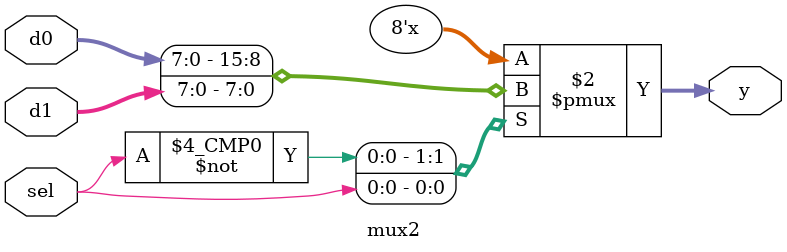
<source format=v>


module mux2 #(parameter WIDTH = 8) (
    input       [WIDTH-1:0] d0, d1,
    input       sel,
    output reg  [WIDTH-1:0] y
);

always @(*) begin
    case (sel)
        1'b0: y = d0;      // Select d0 when sel is 0
        1'b1: y = d1;      // Select d1 when sel is 1
        default: y = d0;   // Default to d0 for undefined sel (x or z)
    endcase
end

endmodule

</source>
